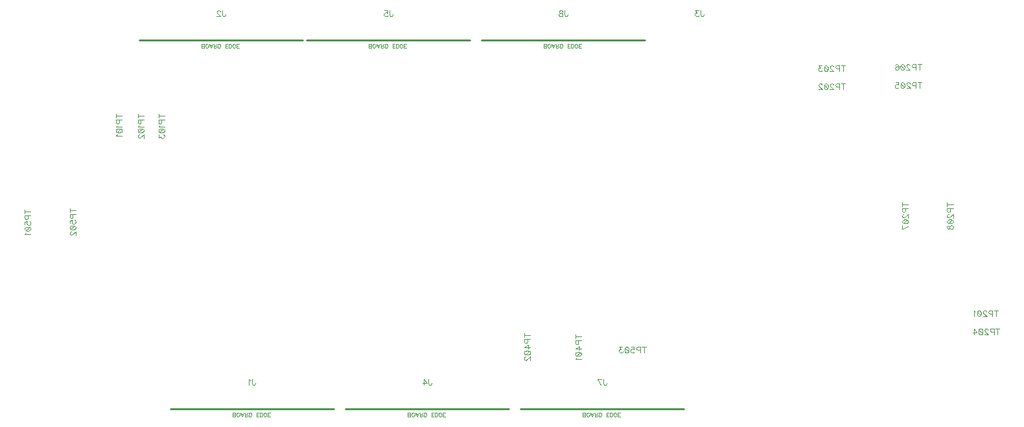
<source format=gbr>
G04 DipTrace 2.4.0.2*
%INBottomAssy.gbr*%
%MOIN*%
%ADD10C,0.0098*%
%ADD12C,0.003*%
%ADD114C,0.0046*%
%FSLAX44Y44*%
G04*
G70*
G90*
G75*
G01*
%LNBotAssy*%
%LPD*%
X10311Y402D2*
D10*
X18689D1*
X8711Y19402D2*
X17089D1*
X19311Y402D2*
X27689D1*
X17311Y19402D2*
X25689D1*
X28311Y402D2*
X36689D1*
X26311Y19402D2*
X34689D1*
X14511Y1939D2*
D114*
Y1710D1*
X14525Y1667D1*
X14539Y1652D1*
X14568Y1638D1*
X14597D1*
X14625Y1652D1*
X14640Y1667D1*
X14654Y1710D1*
Y1738D1*
X14418Y1882D2*
X14389Y1896D1*
X14346Y1939D1*
Y1638D1*
X12975Y20939D2*
Y20710D1*
X12989Y20667D1*
X13004Y20652D1*
X13032Y20638D1*
X13061D1*
X13090Y20652D1*
X13104Y20667D1*
X13119Y20710D1*
Y20738D1*
X12868Y20867D2*
Y20882D1*
X12854Y20910D1*
X12839Y20925D1*
X12810Y20939D1*
X12753D1*
X12725Y20925D1*
X12710Y20910D1*
X12696Y20882D1*
Y20853D1*
X12710Y20824D1*
X12739Y20781D1*
X12882Y20638D1*
X12681D1*
X37575Y20939D2*
Y20710D1*
X37589Y20667D1*
X37604Y20652D1*
X37632Y20638D1*
X37661D1*
X37690Y20652D1*
X37704Y20667D1*
X37719Y20710D1*
Y20738D1*
X37454Y20939D2*
X37296D1*
X37382Y20824D1*
X37339D1*
X37310Y20810D1*
X37296Y20796D1*
X37281Y20753D1*
Y20724D1*
X37296Y20681D1*
X37325Y20652D1*
X37368Y20638D1*
X37411D1*
X37454Y20652D1*
X37468Y20667D1*
X37482Y20695D1*
X23582Y1939D2*
Y1710D1*
X23596Y1667D1*
X23611Y1652D1*
X23640Y1638D1*
X23668D1*
X23697Y1652D1*
X23711Y1667D1*
X23726Y1710D1*
Y1738D1*
X23346Y1638D2*
Y1939D1*
X23489Y1738D1*
X23274D1*
X21575Y20939D2*
Y20710D1*
X21589Y20667D1*
X21604Y20652D1*
X21632Y20638D1*
X21661D1*
X21690Y20652D1*
X21704Y20667D1*
X21719Y20710D1*
Y20738D1*
X21310Y20939D2*
X21454D1*
X21468Y20810D1*
X21454Y20824D1*
X21410Y20839D1*
X21368D1*
X21325Y20824D1*
X21296Y20796D1*
X21281Y20753D1*
Y20724D1*
X21296Y20681D1*
X21325Y20652D1*
X21368Y20638D1*
X21410D1*
X21454Y20652D1*
X21468Y20667D1*
X21482Y20695D1*
X32575Y1939D2*
Y1710D1*
X32589Y1667D1*
X32604Y1652D1*
X32632Y1638D1*
X32661D1*
X32690Y1652D1*
X32704Y1667D1*
X32719Y1710D1*
Y1738D1*
X32425Y1638D2*
X32281Y1939D1*
X32482D1*
X30575Y20939D2*
Y20710D1*
X30589Y20667D1*
X30604Y20652D1*
X30632Y20638D1*
X30661D1*
X30690Y20652D1*
X30704Y20667D1*
X30718Y20710D1*
Y20738D1*
X30411Y20939D2*
X30453Y20925D1*
X30468Y20896D1*
Y20867D1*
X30453Y20839D1*
X30425Y20824D1*
X30367Y20810D1*
X30324Y20796D1*
X30296Y20767D1*
X30282Y20738D1*
Y20695D1*
X30296Y20667D1*
X30310Y20652D1*
X30353Y20638D1*
X30411D1*
X30453Y20652D1*
X30468Y20667D1*
X30482Y20695D1*
Y20738D1*
X30468Y20767D1*
X30439Y20796D1*
X30396Y20810D1*
X30339Y20824D1*
X30310Y20839D1*
X30296Y20867D1*
Y20896D1*
X30310Y20925D1*
X30353Y20939D1*
X30411D1*
X7498Y15503D2*
X7800D1*
X7498Y15604D2*
Y15403D1*
X7656Y15310D2*
Y15181D1*
X7642Y15138D1*
X7627Y15124D1*
X7599Y15109D1*
X7556D1*
X7527Y15124D1*
X7512Y15138D1*
X7498Y15181D1*
Y15310D1*
X7800D1*
X7556Y15017D2*
X7541Y14988D1*
X7498Y14945D1*
X7800D1*
X7498Y14766D2*
X7513Y14809D1*
X7556Y14838D1*
X7627Y14852D1*
X7671D1*
X7742Y14838D1*
X7785Y14809D1*
X7800Y14766D1*
Y14737D1*
X7785Y14694D1*
X7742Y14666D1*
X7671Y14651D1*
X7627D1*
X7556Y14666D1*
X7513Y14694D1*
X7498Y14737D1*
Y14766D1*
X7556Y14666D2*
X7742Y14838D1*
X7556Y14559D2*
X7541Y14530D1*
X7498Y14487D1*
X7800D1*
X8623Y15505D2*
X8925D1*
X8623Y15606D2*
Y15405D1*
X8781Y15312D2*
Y15183D1*
X8767Y15140D1*
X8752Y15126D1*
X8724Y15111D1*
X8681D1*
X8652Y15126D1*
X8637Y15140D1*
X8623Y15183D1*
Y15312D1*
X8925D1*
X8681Y15019D2*
X8666Y14990D1*
X8623Y14947D1*
X8925D1*
X8623Y14768D2*
X8638Y14811D1*
X8681Y14840D1*
X8752Y14854D1*
X8796D1*
X8867Y14840D1*
X8910Y14811D1*
X8925Y14768D1*
Y14739D1*
X8910Y14696D1*
X8867Y14668D1*
X8796Y14653D1*
X8752D1*
X8681Y14668D1*
X8638Y14696D1*
X8623Y14739D1*
Y14768D1*
X8681Y14668D2*
X8867Y14840D1*
X8695Y14546D2*
X8681D1*
X8652Y14532D1*
X8638Y14517D1*
X8623Y14489D1*
Y14431D1*
X8638Y14403D1*
X8652Y14388D1*
X8681Y14374D1*
X8709D1*
X8738Y14388D1*
X8781Y14417D1*
X8925Y14561D1*
Y14360D1*
X9686Y15505D2*
X9987D1*
X9686Y15606D2*
Y15405D1*
X9844Y15312D2*
Y15183D1*
X9829Y15140D1*
X9815Y15126D1*
X9786Y15111D1*
X9743D1*
X9715Y15126D1*
X9700Y15140D1*
X9686Y15183D1*
Y15312D1*
X9987D1*
X9743Y15019D2*
X9729Y14990D1*
X9686Y14947D1*
X9987D1*
X9686Y14768D2*
X9700Y14811D1*
X9743Y14840D1*
X9815Y14854D1*
X9858D1*
X9930Y14840D1*
X9973Y14811D1*
X9987Y14768D1*
Y14739D1*
X9973Y14696D1*
X9930Y14668D1*
X9858Y14653D1*
X9815D1*
X9743Y14668D1*
X9700Y14696D1*
X9686Y14739D1*
Y14768D1*
X9743Y14668D2*
X9930Y14840D1*
X9686Y14532D2*
Y14374D1*
X9801Y14460D1*
Y14417D1*
X9815Y14388D1*
X9829Y14374D1*
X9872Y14360D1*
X9901D1*
X9944Y14374D1*
X9973Y14403D1*
X9987Y14446D1*
Y14489D1*
X9973Y14532D1*
X9958Y14546D1*
X9930Y14561D1*
X52773Y5485D2*
Y5183D1*
X52873Y5485D2*
X52672D1*
X52580Y5327D2*
X52450D1*
X52407Y5341D1*
X52393Y5356D1*
X52379Y5384D1*
Y5427D1*
X52393Y5456D1*
X52407Y5470D1*
X52450Y5485D1*
X52580D1*
Y5183D1*
X52271Y5413D2*
Y5427D1*
X52257Y5456D1*
X52243Y5470D1*
X52214Y5484D1*
X52157D1*
X52128Y5470D1*
X52114Y5456D1*
X52099Y5427D1*
Y5398D1*
X52114Y5370D1*
X52142Y5327D1*
X52286Y5183D1*
X52085D1*
X51906Y5484D2*
X51949Y5470D1*
X51978Y5427D1*
X51992Y5355D1*
Y5312D1*
X51978Y5241D1*
X51949Y5197D1*
X51906Y5183D1*
X51878D1*
X51835Y5197D1*
X51806Y5241D1*
X51791Y5312D1*
Y5355D1*
X51806Y5427D1*
X51835Y5470D1*
X51878Y5484D1*
X51906D1*
X51806Y5427D2*
X51978Y5241D1*
X51699Y5427D2*
X51670Y5441D1*
X51627Y5484D1*
Y5183D1*
X44900Y17172D2*
Y16871D1*
X45000Y17172D2*
X44799D1*
X44707Y17014D2*
X44577D1*
X44534Y17029D1*
X44520Y17043D1*
X44506Y17072D1*
Y17115D1*
X44520Y17143D1*
X44534Y17158D1*
X44577Y17172D1*
X44707D1*
Y16871D1*
X44398Y17100D2*
Y17115D1*
X44384Y17143D1*
X44370Y17158D1*
X44341Y17172D1*
X44284D1*
X44255Y17158D1*
X44241Y17143D1*
X44226Y17115D1*
Y17086D1*
X44241Y17057D1*
X44269Y17014D1*
X44413Y16871D1*
X44212D1*
X44033Y17172D2*
X44076Y17158D1*
X44105Y17115D1*
X44119Y17043D1*
Y17000D1*
X44105Y16928D1*
X44076Y16885D1*
X44033Y16871D1*
X44005D1*
X43961Y16885D1*
X43933Y16928D1*
X43918Y17000D1*
Y17043D1*
X43933Y17115D1*
X43961Y17158D1*
X44005Y17172D1*
X44033D1*
X43933Y17115D2*
X44105Y16928D1*
X43811Y17100D2*
Y17115D1*
X43797Y17143D1*
X43783Y17158D1*
X43754Y17172D1*
X43696D1*
X43668Y17158D1*
X43654Y17143D1*
X43639Y17115D1*
Y17086D1*
X43654Y17057D1*
X43682Y17014D1*
X43826Y16871D1*
X43625D1*
X44900Y18110D2*
Y17808D1*
X45000Y18110D2*
X44799D1*
X44707Y17952D2*
X44577D1*
X44534Y17966D1*
X44520Y17981D1*
X44506Y18009D1*
Y18052D1*
X44520Y18081D1*
X44534Y18095D1*
X44577Y18110D1*
X44707D1*
Y17808D1*
X44398Y18038D2*
Y18052D1*
X44384Y18081D1*
X44370Y18095D1*
X44341Y18109D1*
X44284D1*
X44255Y18095D1*
X44241Y18081D1*
X44226Y18052D1*
Y18023D1*
X44241Y17994D1*
X44269Y17952D1*
X44413Y17808D1*
X44212D1*
X44033Y18109D2*
X44076Y18095D1*
X44105Y18052D1*
X44119Y17980D1*
Y17937D1*
X44105Y17865D1*
X44076Y17822D1*
X44033Y17808D1*
X44005D1*
X43961Y17822D1*
X43933Y17865D1*
X43918Y17937D1*
Y17980D1*
X43933Y18052D1*
X43961Y18095D1*
X44005Y18109D1*
X44033D1*
X43933Y18052D2*
X44105Y17865D1*
X43797Y18109D2*
X43639D1*
X43725Y17994D1*
X43682D1*
X43654Y17980D1*
X43639Y17966D1*
X43625Y17923D1*
Y17894D1*
X43639Y17851D1*
X43668Y17822D1*
X43711Y17808D1*
X43754D1*
X43797Y17822D1*
X43811Y17837D1*
X43826Y17865D1*
X52844Y4547D2*
Y4246D1*
X52945Y4547D2*
X52744D1*
X52651Y4389D2*
X52522D1*
X52479Y4404D1*
X52464Y4418D1*
X52450Y4447D1*
Y4490D1*
X52464Y4518D1*
X52479Y4533D1*
X52522Y4547D1*
X52651D1*
Y4246D1*
X52343Y4475D2*
Y4489D1*
X52329Y4518D1*
X52314Y4533D1*
X52286Y4547D1*
X52228D1*
X52200Y4533D1*
X52185Y4518D1*
X52171Y4489D1*
Y4461D1*
X52185Y4432D1*
X52214Y4389D1*
X52358Y4246D1*
X52157D1*
X51978Y4547D2*
X52021Y4533D1*
X52050Y4489D1*
X52064Y4418D1*
Y4375D1*
X52050Y4303D1*
X52021Y4260D1*
X51978Y4246D1*
X51949D1*
X51906Y4260D1*
X51878Y4303D1*
X51863Y4375D1*
Y4418D1*
X51878Y4489D1*
X51906Y4533D1*
X51949Y4547D1*
X51978D1*
X51878Y4489D2*
X52050Y4303D1*
X51627Y4246D2*
Y4547D1*
X51770Y4346D1*
X51555D1*
X48837Y17235D2*
Y16933D1*
X48938Y17235D2*
X48737D1*
X48644Y17077D2*
X48515D1*
X48472Y17091D1*
X48457Y17106D1*
X48443Y17134D1*
Y17177D1*
X48457Y17206D1*
X48472Y17220D1*
X48515Y17235D1*
X48644D1*
Y16933D1*
X48336Y17163D2*
Y17177D1*
X48322Y17206D1*
X48307Y17220D1*
X48279Y17234D1*
X48221D1*
X48193Y17220D1*
X48178Y17206D1*
X48164Y17177D1*
Y17148D1*
X48178Y17120D1*
X48207Y17077D1*
X48350Y16933D1*
X48150D1*
X47971Y17234D2*
X48014Y17220D1*
X48043Y17177D1*
X48057Y17105D1*
Y17062D1*
X48043Y16991D1*
X48014Y16947D1*
X47971Y16933D1*
X47942D1*
X47899Y16947D1*
X47871Y16991D1*
X47856Y17062D1*
Y17105D1*
X47871Y17177D1*
X47899Y17220D1*
X47942Y17234D1*
X47971D1*
X47871Y17177D2*
X48043Y16991D1*
X47591Y17234D2*
X47734D1*
X47749Y17105D1*
X47734Y17120D1*
X47691Y17134D1*
X47649D1*
X47605Y17120D1*
X47577Y17091D1*
X47562Y17048D1*
Y17019D1*
X47577Y16976D1*
X47605Y16947D1*
X47649Y16933D1*
X47691D1*
X47734Y16947D1*
X47749Y16962D1*
X47763Y16991D1*
X48830Y18172D2*
Y17871D1*
X48930Y18172D2*
X48729D1*
X48637Y18014D2*
X48507D1*
X48465Y18029D1*
X48450Y18043D1*
X48436Y18072D1*
Y18115D1*
X48450Y18143D1*
X48465Y18158D1*
X48507Y18172D1*
X48637D1*
Y17871D1*
X48329Y18100D2*
Y18114D1*
X48314Y18143D1*
X48300Y18158D1*
X48271Y18172D1*
X48214D1*
X48185Y18158D1*
X48171Y18143D1*
X48156Y18114D1*
Y18086D1*
X48171Y18057D1*
X48200Y18014D1*
X48343Y17871D1*
X48142D1*
X47963Y18172D2*
X48006Y18158D1*
X48035Y18114D1*
X48050Y18043D1*
Y18000D1*
X48035Y17928D1*
X48006Y17885D1*
X47963Y17871D1*
X47935D1*
X47892Y17885D1*
X47863Y17928D1*
X47849Y18000D1*
Y18043D1*
X47863Y18114D1*
X47892Y18158D1*
X47935Y18172D1*
X47963D1*
X47863Y18114D2*
X48035Y17928D1*
X47584Y18129D2*
X47598Y18158D1*
X47641Y18172D1*
X47670D1*
X47713Y18158D1*
X47742Y18114D1*
X47756Y18043D1*
Y17971D1*
X47742Y17914D1*
X47713Y17885D1*
X47670Y17871D1*
X47656D1*
X47613Y17885D1*
X47584Y17914D1*
X47570Y17957D1*
Y17971D1*
X47584Y18014D1*
X47613Y18043D1*
X47656Y18057D1*
X47670D1*
X47713Y18043D1*
X47742Y18014D1*
X47756Y17971D1*
X47936Y10945D2*
X48237D1*
X47936Y11045D2*
Y10844D1*
X48094Y10752D2*
Y10623D1*
X48079Y10580D1*
X48065Y10565D1*
X48036Y10551D1*
X47993D1*
X47965Y10565D1*
X47950Y10580D1*
X47936Y10623D1*
Y10752D1*
X48237D1*
X48008Y10444D2*
X47993D1*
X47965Y10429D1*
X47950Y10415D1*
X47936Y10386D1*
Y10329D1*
X47950Y10300D1*
X47965Y10286D1*
X47993Y10272D1*
X48022D1*
X48051Y10286D1*
X48094Y10315D1*
X48237Y10458D1*
Y10257D1*
X47936Y10078D2*
X47950Y10122D1*
X47993Y10150D1*
X48065Y10165D1*
X48108D1*
X48180Y10150D1*
X48223Y10122D1*
X48237Y10078D1*
Y10050D1*
X48223Y10007D1*
X48180Y9978D1*
X48108Y9964D1*
X48065D1*
X47993Y9978D1*
X47950Y10007D1*
X47936Y10050D1*
Y10078D1*
X47993Y9978D2*
X48180Y10150D1*
X48237Y9814D2*
X47936Y9670D1*
Y9871D1*
X50248Y10945D2*
X50550D1*
X50248Y11045D2*
Y10844D1*
X50406Y10752D2*
Y10622D1*
X50392Y10580D1*
X50377Y10565D1*
X50349Y10551D1*
X50306D1*
X50277Y10565D1*
X50262Y10580D1*
X50248Y10622D1*
Y10752D1*
X50550D1*
X50320Y10444D2*
X50306D1*
X50277Y10429D1*
X50263Y10415D1*
X50248Y10386D1*
Y10329D1*
X50263Y10300D1*
X50277Y10286D1*
X50306Y10271D1*
X50334D1*
X50363Y10286D1*
X50406Y10315D1*
X50550Y10458D1*
Y10257D1*
X50248Y10078D2*
X50263Y10121D1*
X50306Y10150D1*
X50377Y10165D1*
X50421D1*
X50492Y10150D1*
X50535Y10121D1*
X50550Y10078D1*
Y10050D1*
X50535Y10007D1*
X50492Y9978D1*
X50421Y9964D1*
X50377D1*
X50306Y9978D1*
X50263Y10007D1*
X50248Y10050D1*
Y10078D1*
X50306Y9978D2*
X50492Y10150D1*
X50248Y9799D2*
X50263Y9842D1*
X50291Y9857D1*
X50320D1*
X50349Y9842D1*
X50363Y9814D1*
X50377Y9756D1*
X50392Y9713D1*
X50421Y9685D1*
X50449Y9670D1*
X50492D1*
X50521Y9685D1*
X50535Y9699D1*
X50550Y9742D1*
Y9799D1*
X50535Y9842D1*
X50521Y9857D1*
X50492Y9871D1*
X50449D1*
X50421Y9857D1*
X50392Y9828D1*
X50377Y9785D1*
X50363Y9728D1*
X50349Y9699D1*
X50320Y9685D1*
X50291D1*
X50263Y9699D1*
X50248Y9742D1*
Y9799D1*
X31123Y4138D2*
X31425D1*
X31123Y4238D2*
Y4037D1*
X31281Y3944D2*
Y3815D1*
X31267Y3772D1*
X31252Y3758D1*
X31224Y3744D1*
X31181D1*
X31152Y3758D1*
X31137Y3772D1*
X31123Y3815D1*
Y3944D1*
X31425D1*
Y3507D2*
X31123D1*
X31324Y3651D1*
Y3436D1*
X31123Y3257D2*
X31138Y3300D1*
X31181Y3329D1*
X31252Y3343D1*
X31296D1*
X31367Y3329D1*
X31410Y3300D1*
X31425Y3257D1*
Y3228D1*
X31410Y3185D1*
X31367Y3157D1*
X31296Y3142D1*
X31252D1*
X31181Y3157D1*
X31138Y3185D1*
X31123Y3228D1*
Y3257D1*
X31181Y3157D2*
X31367Y3329D1*
X31181Y3049D2*
X31166Y3021D1*
X31123Y2977D1*
X31425D1*
X28498Y4202D2*
X28800D1*
X28498Y4303D2*
Y4102D1*
X28656Y4009D2*
Y3880D1*
X28642Y3837D1*
X28627Y3822D1*
X28599Y3808D1*
X28556D1*
X28527Y3822D1*
X28512Y3837D1*
X28498Y3880D1*
Y4009D1*
X28800D1*
Y3572D2*
X28499D1*
X28699Y3715D1*
Y3500D1*
X28499Y3321D2*
X28513Y3364D1*
X28556Y3393D1*
X28627Y3408D1*
X28671D1*
X28742Y3393D1*
X28785Y3364D1*
X28800Y3321D1*
Y3293D1*
X28785Y3250D1*
X28742Y3221D1*
X28671Y3207D1*
X28627D1*
X28556Y3221D1*
X28513Y3250D1*
X28499Y3293D1*
Y3321D1*
X28556Y3221D2*
X28742Y3393D1*
X28570Y3099D2*
X28556D1*
X28527Y3085D1*
X28513Y3071D1*
X28499Y3042D1*
X28498Y2985D1*
X28513Y2956D1*
X28527Y2942D1*
X28556Y2927D1*
X28584D1*
X28613Y2942D1*
X28656Y2970D1*
X28800Y3114D1*
Y2913D1*
X2811Y10568D2*
X3112D1*
X2811Y10668D2*
Y10467D1*
X2969Y10375D2*
Y10246D1*
X2954Y10203D1*
X2940Y10188D1*
X2911Y10174D1*
X2868D1*
X2840Y10188D1*
X2825Y10203D1*
X2811Y10246D1*
Y10375D1*
X3112D1*
X2811Y9909D2*
Y10052D1*
X2940Y10067D1*
X2926Y10052D1*
X2911Y10009D1*
Y9967D1*
X2926Y9923D1*
X2954Y9895D1*
X2997Y9880D1*
X3026D1*
X3069Y9895D1*
X3098Y9923D1*
X3112Y9967D1*
Y10009D1*
X3098Y10052D1*
X3083Y10067D1*
X3055Y10081D1*
X2811Y9701D2*
X2825Y9745D1*
X2868Y9773D1*
X2940Y9788D1*
X2983D1*
X3055Y9773D1*
X3098Y9745D1*
X3112Y9701D1*
Y9673D1*
X3098Y9630D1*
X3055Y9601D1*
X2983Y9587D1*
X2940D1*
X2868Y9601D1*
X2825Y9630D1*
X2811Y9673D1*
Y9701D1*
X2868Y9601D2*
X3055Y9773D1*
X2868Y9494D2*
X2854Y9465D1*
X2811Y9422D1*
X3112D1*
X5123Y10632D2*
X5425D1*
X5123Y10733D2*
Y10532D1*
X5281Y10439D2*
Y10310D1*
X5267Y10267D1*
X5252Y10253D1*
X5224Y10238D1*
X5181D1*
X5152Y10253D1*
X5137Y10267D1*
X5123Y10310D1*
Y10439D1*
X5425D1*
X5124Y9974D2*
Y10117D1*
X5252Y10131D1*
X5238Y10117D1*
X5224Y10074D1*
Y10031D1*
X5238Y9988D1*
X5267Y9959D1*
X5310Y9945D1*
X5338D1*
X5381Y9959D1*
X5410Y9988D1*
X5425Y10031D1*
Y10074D1*
X5410Y10117D1*
X5396Y10131D1*
X5367Y10146D1*
X5124Y9766D2*
X5138Y9809D1*
X5181Y9838D1*
X5252Y9852D1*
X5296D1*
X5367Y9838D1*
X5410Y9809D1*
X5425Y9766D1*
Y9737D1*
X5410Y9694D1*
X5367Y9666D1*
X5296Y9651D1*
X5252D1*
X5181Y9666D1*
X5138Y9694D1*
X5124Y9737D1*
Y9766D1*
X5181Y9666D2*
X5367Y9838D1*
X5195Y9544D2*
X5181D1*
X5152Y9530D1*
X5138Y9515D1*
X5124Y9487D1*
X5123Y9429D1*
X5138Y9401D1*
X5152Y9386D1*
X5181Y9372D1*
X5209D1*
X5238Y9386D1*
X5281Y9415D1*
X5425Y9559D1*
Y9358D1*
X34650Y3610D2*
Y3308D1*
X34750Y3610D2*
X34549D1*
X34457Y3452D2*
X34327D1*
X34284Y3466D1*
X34270Y3481D1*
X34256Y3509D1*
Y3552D1*
X34270Y3581D1*
X34284Y3595D1*
X34327Y3610D1*
X34457D1*
Y3308D1*
X33991Y3609D2*
X34134D1*
X34148Y3480D1*
X34134Y3495D1*
X34091Y3509D1*
X34048D1*
X34005Y3495D1*
X33976Y3466D1*
X33962Y3423D1*
Y3394D1*
X33976Y3351D1*
X34005Y3322D1*
X34048Y3308D1*
X34091D1*
X34134Y3322D1*
X34148Y3337D1*
X34163Y3366D1*
X33783Y3609D2*
X33826Y3595D1*
X33855Y3552D1*
X33869Y3480D1*
Y3437D1*
X33855Y3366D1*
X33826Y3322D1*
X33783Y3308D1*
X33755D1*
X33712Y3322D1*
X33683Y3366D1*
X33668Y3437D1*
Y3480D1*
X33683Y3552D1*
X33712Y3595D1*
X33755Y3609D1*
X33783D1*
X33683Y3552D2*
X33855Y3366D1*
X33547Y3609D2*
X33389D1*
X33475Y3495D1*
X33432D1*
X33404Y3480D1*
X33389Y3466D1*
X33375Y3423D1*
Y3394D1*
X33389Y3351D1*
X33418Y3322D1*
X33461Y3308D1*
X33504D1*
X33547Y3322D1*
X33561Y3337D1*
X33576Y3366D1*
X13505Y19D2*
D12*
Y220D1*
X13592D1*
X13620Y210D1*
X13630Y200D1*
X13639Y181D1*
Y153D1*
X13630Y133D1*
X13620Y124D1*
X13592Y114D1*
X13620Y105D1*
X13630Y95D1*
X13639Y76D1*
Y57D1*
X13630Y38D1*
X13620Y28D1*
X13592Y19D1*
X13505D1*
Y114D2*
X13592D1*
X13759Y19D2*
X13739Y28D1*
X13720Y47D1*
X13711Y66D1*
X13701Y95D1*
Y143D1*
X13711Y172D1*
X13720Y191D1*
X13739Y210D1*
X13759Y220D1*
X13797D1*
X13816Y210D1*
X13835Y191D1*
X13845Y172D1*
X13854Y143D1*
Y95D1*
X13845Y66D1*
X13835Y47D1*
X13816Y28D1*
X13797Y19D1*
X13759D1*
X14069Y220D2*
X13992Y19D1*
X13916Y220D1*
X13945Y153D2*
X14040D1*
X14131Y114D2*
X14217D1*
X14246Y105D1*
X14255Y95D1*
X14265Y76D1*
Y57D1*
X14255Y38D1*
X14246Y28D1*
X14217Y19D1*
X14131D1*
Y220D1*
X14198Y114D2*
X14265Y220D1*
X14327Y19D2*
Y220D1*
X14394D1*
X14422Y210D1*
X14442Y191D1*
X14451Y172D1*
X14461Y143D1*
Y95D1*
X14451Y66D1*
X14442Y47D1*
X14422Y28D1*
X14394Y19D1*
X14327D1*
X14841D2*
X14717D1*
Y220D1*
X14841D1*
X14717Y114D2*
X14793D1*
X14903Y19D2*
Y220D1*
X14970D1*
X14998Y210D1*
X15018Y191D1*
X15027Y172D1*
X15037Y143D1*
Y95D1*
X15027Y66D1*
X15018Y47D1*
X14998Y28D1*
X14970Y19D1*
X14903D1*
X15242Y66D2*
X15232Y47D1*
X15213Y28D1*
X15194Y19D1*
X15156D1*
X15137Y28D1*
X15118Y47D1*
X15108Y66D1*
X15098Y95D1*
Y143D1*
X15108Y172D1*
X15118Y191D1*
X15137Y210D1*
X15156Y220D1*
X15194D1*
X15213Y210D1*
X15232Y191D1*
X15242Y172D1*
Y143D1*
X15194D1*
X15428Y19D2*
X15304D1*
Y220D1*
X15428D1*
X15304Y114D2*
X15380D1*
X11905Y19019D2*
Y19220D1*
X11992D1*
X12020Y19210D1*
X12030Y19200D1*
X12039Y19181D1*
Y19153D1*
X12030Y19133D1*
X12020Y19124D1*
X11992Y19114D1*
X12020Y19105D1*
X12030Y19095D1*
X12039Y19076D1*
Y19057D1*
X12030Y19038D1*
X12020Y19028D1*
X11992Y19019D1*
X11905D1*
Y19114D2*
X11992D1*
X12159Y19019D2*
X12139Y19028D1*
X12120Y19047D1*
X12111Y19066D1*
X12101Y19095D1*
Y19143D1*
X12111Y19172D1*
X12120Y19191D1*
X12139Y19210D1*
X12159Y19220D1*
X12197D1*
X12216Y19210D1*
X12235Y19191D1*
X12245Y19172D1*
X12254Y19143D1*
Y19095D1*
X12245Y19066D1*
X12235Y19047D1*
X12216Y19028D1*
X12197Y19019D1*
X12159D1*
X12469Y19220D2*
X12392Y19019D1*
X12316Y19220D1*
X12345Y19153D2*
X12440D1*
X12531Y19114D2*
X12617D1*
X12646Y19105D1*
X12655Y19095D1*
X12665Y19076D1*
Y19057D1*
X12655Y19038D1*
X12646Y19028D1*
X12617Y19019D1*
X12531D1*
Y19220D1*
X12598Y19114D2*
X12665Y19220D1*
X12727Y19019D2*
Y19220D1*
X12794D1*
X12822Y19210D1*
X12842Y19191D1*
X12851Y19172D1*
X12861Y19143D1*
Y19095D1*
X12851Y19066D1*
X12842Y19047D1*
X12822Y19028D1*
X12794Y19019D1*
X12727D1*
X13241D2*
X13117D1*
Y19220D1*
X13241D1*
X13117Y19114D2*
X13193D1*
X13303Y19019D2*
Y19220D1*
X13370D1*
X13398Y19210D1*
X13418Y19191D1*
X13427Y19172D1*
X13437Y19143D1*
Y19095D1*
X13427Y19066D1*
X13418Y19047D1*
X13398Y19028D1*
X13370Y19019D1*
X13303D1*
X13642Y19066D2*
X13632Y19047D1*
X13613Y19028D1*
X13594Y19019D1*
X13556D1*
X13537Y19028D1*
X13518Y19047D1*
X13508Y19066D1*
X13498Y19095D1*
Y19143D1*
X13508Y19172D1*
X13518Y19191D1*
X13537Y19210D1*
X13556Y19220D1*
X13594D1*
X13613Y19210D1*
X13632Y19191D1*
X13642Y19172D1*
Y19143D1*
X13594D1*
X13828Y19019D2*
X13704D1*
Y19220D1*
X13828D1*
X13704Y19114D2*
X13780D1*
X22505Y19D2*
Y220D1*
X22592D1*
X22620Y210D1*
X22630Y200D1*
X22639Y181D1*
Y153D1*
X22630Y133D1*
X22620Y124D1*
X22592Y114D1*
X22620Y105D1*
X22630Y95D1*
X22639Y76D1*
Y57D1*
X22630Y38D1*
X22620Y28D1*
X22592Y19D1*
X22505D1*
Y114D2*
X22592D1*
X22759Y19D2*
X22739Y28D1*
X22720Y47D1*
X22711Y66D1*
X22701Y95D1*
Y143D1*
X22711Y172D1*
X22720Y191D1*
X22739Y210D1*
X22759Y220D1*
X22797D1*
X22816Y210D1*
X22835Y191D1*
X22845Y172D1*
X22854Y143D1*
Y95D1*
X22845Y66D1*
X22835Y47D1*
X22816Y28D1*
X22797Y19D1*
X22759D1*
X23069Y220D2*
X22992Y19D1*
X22916Y220D1*
X22945Y153D2*
X23040D1*
X23131Y114D2*
X23217D1*
X23246Y105D1*
X23255Y95D1*
X23265Y76D1*
Y57D1*
X23255Y38D1*
X23246Y28D1*
X23217Y19D1*
X23131D1*
Y220D1*
X23198Y114D2*
X23265Y220D1*
X23327Y19D2*
Y220D1*
X23394D1*
X23422Y210D1*
X23442Y191D1*
X23451Y172D1*
X23461Y143D1*
Y95D1*
X23451Y66D1*
X23442Y47D1*
X23422Y28D1*
X23394Y19D1*
X23327D1*
X23841D2*
X23717D1*
Y220D1*
X23841D1*
X23717Y114D2*
X23793D1*
X23903Y19D2*
Y220D1*
X23970D1*
X23998Y210D1*
X24018Y191D1*
X24027Y172D1*
X24037Y143D1*
Y95D1*
X24027Y66D1*
X24018Y47D1*
X23998Y28D1*
X23970Y19D1*
X23903D1*
X24242Y66D2*
X24232Y47D1*
X24213Y28D1*
X24194Y19D1*
X24156D1*
X24137Y28D1*
X24118Y47D1*
X24108Y66D1*
X24098Y95D1*
Y143D1*
X24108Y172D1*
X24118Y191D1*
X24137Y210D1*
X24156Y220D1*
X24194D1*
X24213Y210D1*
X24232Y191D1*
X24242Y172D1*
Y143D1*
X24194D1*
X24428Y19D2*
X24304D1*
Y220D1*
X24428D1*
X24304Y114D2*
X24380D1*
X20505Y19019D2*
Y19220D1*
X20592D1*
X20620Y19210D1*
X20630Y19200D1*
X20639Y19181D1*
Y19153D1*
X20630Y19133D1*
X20620Y19124D1*
X20592Y19114D1*
X20620Y19105D1*
X20630Y19095D1*
X20639Y19076D1*
Y19057D1*
X20630Y19038D1*
X20620Y19028D1*
X20592Y19019D1*
X20505D1*
Y19114D2*
X20592D1*
X20759Y19019D2*
X20739Y19028D1*
X20720Y19047D1*
X20711Y19066D1*
X20701Y19095D1*
Y19143D1*
X20711Y19172D1*
X20720Y19191D1*
X20739Y19210D1*
X20759Y19220D1*
X20797D1*
X20816Y19210D1*
X20835Y19191D1*
X20845Y19172D1*
X20854Y19143D1*
Y19095D1*
X20845Y19066D1*
X20835Y19047D1*
X20816Y19028D1*
X20797Y19019D1*
X20759D1*
X21069Y19220D2*
X20992Y19019D1*
X20916Y19220D1*
X20945Y19153D2*
X21040D1*
X21131Y19114D2*
X21217D1*
X21246Y19105D1*
X21255Y19095D1*
X21265Y19076D1*
Y19057D1*
X21255Y19038D1*
X21246Y19028D1*
X21217Y19019D1*
X21131D1*
Y19220D1*
X21198Y19114D2*
X21265Y19220D1*
X21327Y19019D2*
Y19220D1*
X21394D1*
X21422Y19210D1*
X21442Y19191D1*
X21451Y19172D1*
X21461Y19143D1*
Y19095D1*
X21451Y19066D1*
X21442Y19047D1*
X21422Y19028D1*
X21394Y19019D1*
X21327D1*
X21841D2*
X21717D1*
Y19220D1*
X21841D1*
X21717Y19114D2*
X21793D1*
X21903Y19019D2*
Y19220D1*
X21970D1*
X21998Y19210D1*
X22018Y19191D1*
X22027Y19172D1*
X22037Y19143D1*
Y19095D1*
X22027Y19066D1*
X22018Y19047D1*
X21998Y19028D1*
X21970Y19019D1*
X21903D1*
X22242Y19066D2*
X22232Y19047D1*
X22213Y19028D1*
X22194Y19019D1*
X22156D1*
X22137Y19028D1*
X22118Y19047D1*
X22108Y19066D1*
X22098Y19095D1*
Y19143D1*
X22108Y19172D1*
X22118Y19191D1*
X22137Y19210D1*
X22156Y19220D1*
X22194D1*
X22213Y19210D1*
X22232Y19191D1*
X22242Y19172D1*
Y19143D1*
X22194D1*
X22428Y19019D2*
X22304D1*
Y19220D1*
X22428D1*
X22304Y19114D2*
X22380D1*
X31505Y19D2*
Y220D1*
X31592D1*
X31620Y210D1*
X31630Y200D1*
X31639Y181D1*
Y153D1*
X31630Y133D1*
X31620Y124D1*
X31592Y114D1*
X31620Y105D1*
X31630Y95D1*
X31639Y76D1*
Y57D1*
X31630Y38D1*
X31620Y28D1*
X31592Y19D1*
X31505D1*
Y114D2*
X31592D1*
X31759Y19D2*
X31739Y28D1*
X31720Y47D1*
X31711Y66D1*
X31701Y95D1*
Y143D1*
X31711Y172D1*
X31720Y191D1*
X31739Y210D1*
X31759Y220D1*
X31797D1*
X31816Y210D1*
X31835Y191D1*
X31845Y172D1*
X31854Y143D1*
Y95D1*
X31845Y66D1*
X31835Y47D1*
X31816Y28D1*
X31797Y19D1*
X31759D1*
X32069Y220D2*
X31992Y19D1*
X31916Y220D1*
X31945Y153D2*
X32040D1*
X32131Y114D2*
X32217D1*
X32246Y105D1*
X32255Y95D1*
X32265Y76D1*
Y57D1*
X32255Y38D1*
X32246Y28D1*
X32217Y19D1*
X32131D1*
Y220D1*
X32198Y114D2*
X32265Y220D1*
X32327Y19D2*
Y220D1*
X32394D1*
X32422Y210D1*
X32442Y191D1*
X32451Y172D1*
X32461Y143D1*
Y95D1*
X32451Y66D1*
X32442Y47D1*
X32422Y28D1*
X32394Y19D1*
X32327D1*
X32841D2*
X32717D1*
Y220D1*
X32841D1*
X32717Y114D2*
X32793D1*
X32903Y19D2*
Y220D1*
X32970D1*
X32998Y210D1*
X33018Y191D1*
X33027Y172D1*
X33037Y143D1*
Y95D1*
X33027Y66D1*
X33018Y47D1*
X32998Y28D1*
X32970Y19D1*
X32903D1*
X33242Y66D2*
X33232Y47D1*
X33213Y28D1*
X33194Y19D1*
X33156D1*
X33137Y28D1*
X33118Y47D1*
X33108Y66D1*
X33098Y95D1*
Y143D1*
X33108Y172D1*
X33118Y191D1*
X33137Y210D1*
X33156Y220D1*
X33194D1*
X33213Y210D1*
X33232Y191D1*
X33242Y172D1*
Y143D1*
X33194D1*
X33428Y19D2*
X33304D1*
Y220D1*
X33428D1*
X33304Y114D2*
X33380D1*
X29505Y19019D2*
Y19220D1*
X29592D1*
X29620Y19210D1*
X29630Y19200D1*
X29639Y19181D1*
Y19153D1*
X29630Y19133D1*
X29620Y19124D1*
X29592Y19114D1*
X29620Y19105D1*
X29630Y19095D1*
X29639Y19076D1*
Y19057D1*
X29630Y19038D1*
X29620Y19028D1*
X29592Y19019D1*
X29505D1*
Y19114D2*
X29592D1*
X29759Y19019D2*
X29739Y19028D1*
X29720Y19047D1*
X29711Y19066D1*
X29701Y19095D1*
Y19143D1*
X29711Y19172D1*
X29720Y19191D1*
X29739Y19210D1*
X29759Y19220D1*
X29797D1*
X29816Y19210D1*
X29835Y19191D1*
X29845Y19172D1*
X29854Y19143D1*
Y19095D1*
X29845Y19066D1*
X29835Y19047D1*
X29816Y19028D1*
X29797Y19019D1*
X29759D1*
X30069Y19220D2*
X29992Y19019D1*
X29916Y19220D1*
X29945Y19153D2*
X30040D1*
X30131Y19114D2*
X30217D1*
X30246Y19105D1*
X30255Y19095D1*
X30265Y19076D1*
Y19057D1*
X30255Y19038D1*
X30246Y19028D1*
X30217Y19019D1*
X30131D1*
Y19220D1*
X30198Y19114D2*
X30265Y19220D1*
X30327Y19019D2*
Y19220D1*
X30394D1*
X30422Y19210D1*
X30442Y19191D1*
X30451Y19172D1*
X30461Y19143D1*
Y19095D1*
X30451Y19066D1*
X30442Y19047D1*
X30422Y19028D1*
X30394Y19019D1*
X30327D1*
X30841D2*
X30717D1*
Y19220D1*
X30841D1*
X30717Y19114D2*
X30793D1*
X30903Y19019D2*
Y19220D1*
X30970D1*
X30998Y19210D1*
X31018Y19191D1*
X31027Y19172D1*
X31037Y19143D1*
Y19095D1*
X31027Y19066D1*
X31018Y19047D1*
X30998Y19028D1*
X30970Y19019D1*
X30903D1*
X31242Y19066D2*
X31232Y19047D1*
X31213Y19028D1*
X31194Y19019D1*
X31156D1*
X31137Y19028D1*
X31118Y19047D1*
X31108Y19066D1*
X31098Y19095D1*
Y19143D1*
X31108Y19172D1*
X31118Y19191D1*
X31137Y19210D1*
X31156Y19220D1*
X31194D1*
X31213Y19210D1*
X31232Y19191D1*
X31242Y19172D1*
Y19143D1*
X31194D1*
X31428Y19019D2*
X31304D1*
Y19220D1*
X31428D1*
X31304Y19114D2*
X31380D1*
M02*

</source>
